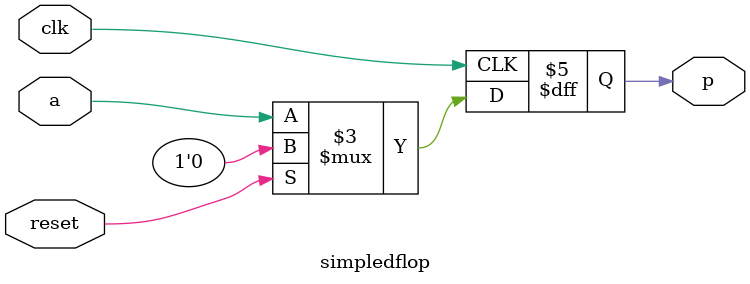
<source format=v>
module simpledflop(
    input clk,
    input a,
    input reset,
    output reg p);

    always @ (posedge clk) begin
        if(reset) p <= 1'b0 ;
        else p <= a;
    end 

endmodule
</source>
